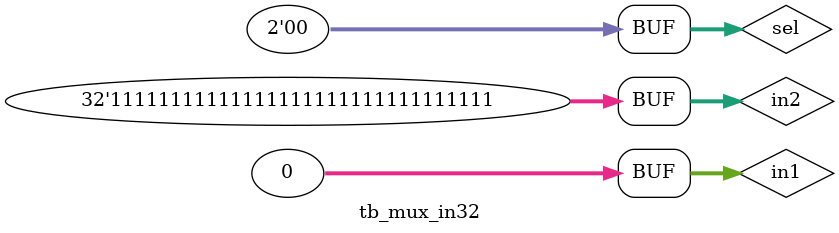
<source format=v>
module mux_in32(in1,in2,sel,out);

input [31:0] in1,in2;
input [1:0] sel;
output reg [31:0] out;

always@(sel or in1 or in2)
begin 
if(sel == 0)
	out<=in1;
else if(sel ==1)
	out<=in2;
else
	out<=32'bxxxxxxxx;
end
endmodule


module tb_mux_in32();

reg  [31:0] in1,in2;
reg  [1:0] sel;
wire [31:0] out;
mux_in5 a(in1,in2,sel,out);
initial 
begin 
sel=0;
in1=32'h00000000;
in2=32'hffffffff;

$monitor("sel--->%b,out--->%b",sel,out);
#5
sel=1;
#5
sel=1;
#5
sel=0;
#5
sel=1;
#5
sel=0;
end
endmodule
</source>
